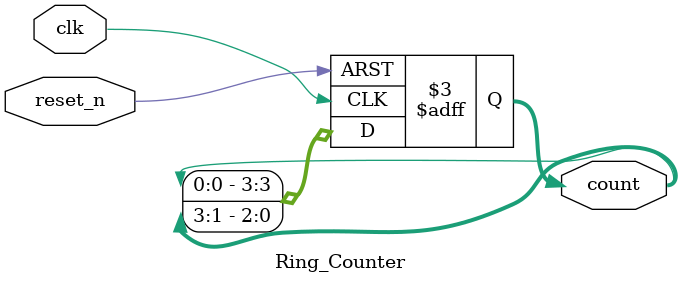
<source format=v>
`timescale 1ns / 1ps


module Ring_Counter#(parameter N = 4)(
    input clk,
    input reset_n,
    output reg [N-1:0] count
    );
    
    always@(posedge clk,negedge reset_n)
        begin
            if(~reset_n)
               count <=  {1'b1,{(N-1){1'b0}}};
            else
                count <= {count[0],count[(N-1):1]};   
        end
endmodule

</source>
